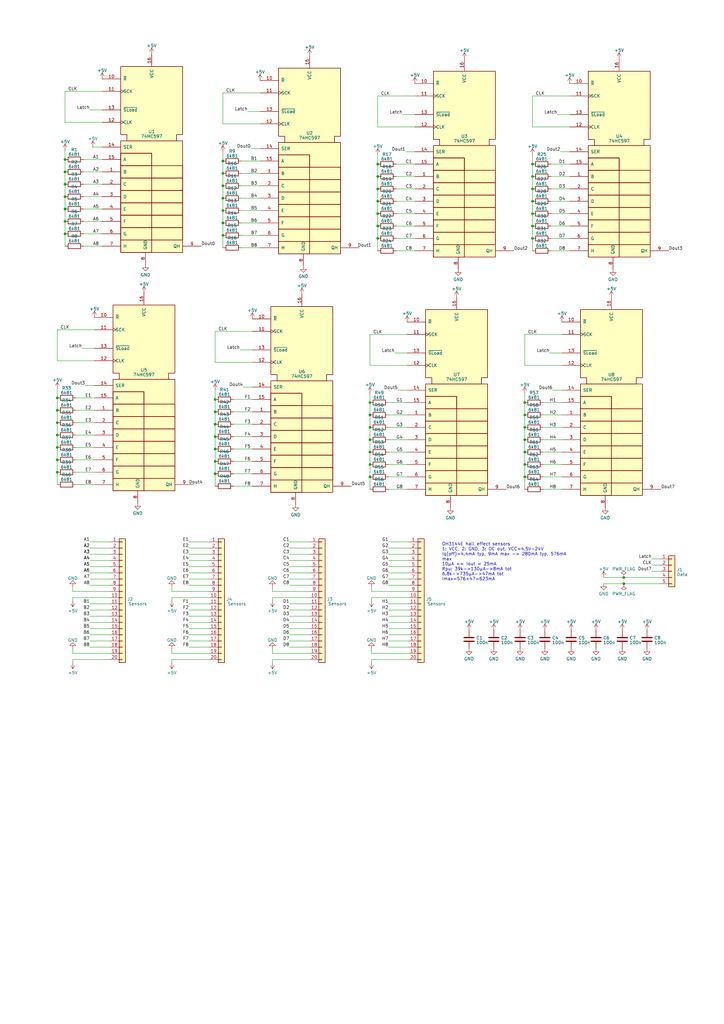
<source format=kicad_sch>
(kicad_sch (version 20230121) (generator eeschema)
  (paper "A3" portrait)
  (title_block (title "Input PISO register") (date "2023-09-01") (rev "rev A") (company "Xavier Bourlot"))
  (junction (at 23.495 173.355))
  (junction (at 23.495 163.195))
  (junction (at 91.44 96.52))
  (junction (at 91.44 76.2))
  (junction (at 151.765 190.5))
  (junction (at 215.265 195.58))
  (junction (at 151.765 165.1))
  (junction (at 218.44 67.31))
  (junction (at 215.265 165.1))
  (junction (at 218.44 97.79))
  (junction (at 26.67 75.565))
  (junction (at 154.94 77.47))
  (junction (at 88.265 163.83))
  (junction (at 23.495 168.275))
  (junction (at 218.44 87.63))
  (junction (at 26.67 70.485))
  (junction (at 91.44 81.28))
  (junction (at 154.94 67.31))
  (junction (at 91.44 91.44))
  (junction (at 88.265 173.99))
  (junction (at 26.67 90.805))
  (junction (at 151.765 195.58))
  (junction (at 151.765 180.34))
  (junction (at 88.265 179.07))
  (junction (at 151.765 175.26))
  (junction (at 88.265 184.15))
  (junction (at 255.905 239.395))
  (junction (at 215.265 170.18))
  (junction (at 215.265 190.5))
  (junction (at 218.44 92.71))
  (junction (at 26.67 85.725))
  (junction (at 151.765 170.18))
  (junction (at 154.94 82.55))
  (junction (at 23.495 193.675))
  (junction (at 255.905 236.855))
  (junction (at 26.67 65.405))
  (junction (at 154.94 97.79))
  (junction (at 218.44 72.39))
  (junction (at 88.265 168.91))
  (junction (at 23.495 183.515))
  (junction (at 88.265 189.23))
  (junction (at 26.67 80.645))
  (junction (at 215.265 175.26))
  (junction (at 154.94 87.63))
  (junction (at 23.495 178.435))
  (junction (at 91.44 71.12))
  (junction (at 215.265 185.42))
  (junction (at 91.44 66.04))
  (junction (at 23.495 188.595))
  (junction (at 215.265 180.34))
  (junction (at 88.265 194.31))
  (junction (at 218.44 82.55))
  (junction (at 218.44 77.47))
  (junction (at 26.67 95.885))
  (junction (at 91.44 86.36))
  (junction (at 154.94 92.71))
  (junction (at 154.94 72.39))
  (junction (at 151.765 185.42))
  (wire (pts (xy 34.29 80.645) (xy 41.91 80.645)))
  (wire (pts (xy 99.06 96.52) (xy 106.68 96.52)))
  (wire (pts (xy 118.745 252.73) (xy 127 252.73)))
  (wire (pts (xy 95.885 189.23) (xy 103.505 189.23)))
  (wire (pts (xy 159.385 200.66) (xy 167.005 200.66)))
  (wire (pts (xy 33.655 142.875) (xy 38.735 142.875)))
  (wire (pts (xy 222.885 180.34) (xy 230.505 180.34)))
  (wire (pts (xy 151.765 185.42) (xy 151.765 190.5)))
  (wire (pts (xy 162.56 82.55) (xy 170.18 82.55)))
  (wire (pts (xy 228.6 46.99) (xy 233.68 46.99)))
  (wire (pts (xy 159.385 255.27) (xy 167.64 255.27)))
  (wire (pts (xy 218.44 97.79) (xy 218.44 102.87)))
  (wire (pts (xy 159.385 234.95) (xy 167.64 234.95)))
  (wire (pts (xy 151.765 190.5) (xy 151.765 195.58)))
  (wire (pts (xy 77.47 260.35) (xy 85.725 260.35)))
  (wire (pts (xy 31.115 168.275) (xy 38.735 168.275)))
  (wire (pts (xy 162.56 87.63) (xy 170.18 87.63)))
  (wire (pts (xy 95.885 173.99) (xy 103.505 173.99)))
  (wire (pts (xy 91.44 38.1) (xy 91.44 50.8)))
  (wire (pts (xy 36.83 229.87) (xy 45.085 229.87)))
  (wire (pts (xy 218.44 63.5) (xy 218.44 67.31)))
  (wire (pts (xy 88.265 173.99) (xy 88.265 179.07)))
  (wire (pts (xy 91.44 81.28) (xy 91.44 86.36)))
  (wire (pts (xy 154.94 92.71) (xy 154.94 97.79)))
  (wire (pts (xy 146.685 101.6) (xy 147.32 101.6)))
  (wire (pts (xy 95.885 168.91) (xy 103.505 168.91)))
  (wire (pts (xy 118.745 255.27) (xy 127 255.27)))
  (wire (pts (xy 36.83 265.43) (xy 45.085 265.43)))
  (wire (pts (xy 159.385 232.41) (xy 167.64 232.41)))
  (wire (pts (xy 77.47 250.19) (xy 85.725 250.19)))
  (wire (pts (xy 26.67 50.165) (xy 41.91 50.165)))
  (wire (pts (xy 118.745 250.19) (xy 127 250.19)))
  (wire (pts (xy 36.83 222.25) (xy 45.085 222.25)))
  (wire (pts (xy 77.47 229.87) (xy 85.725 229.87)))
  (wire (pts (xy 34.29 95.885) (xy 41.91 95.885)))
  (wire (pts (xy 77.47 262.89) (xy 85.725 262.89)))
  (wire (pts (xy 88.265 194.31) (xy 88.265 199.39)))
  (wire (pts (xy 162.56 102.87) (xy 170.18 102.87)))
  (wire (pts (xy 154.94 52.07) (xy 170.18 52.07)))
  (wire (pts (xy 70.485 245.11) (xy 70.485 246.38)))
  (wire (pts (xy 218.44 52.07) (xy 233.68 52.07)))
  (wire (pts (xy 26.67 85.725) (xy 26.67 90.805)))
  (wire (pts (xy 70.485 270.51) (xy 70.485 271.78)))
  (wire (pts (xy 118.745 229.87) (xy 127 229.87)))
  (wire (pts (xy 222.885 175.26) (xy 230.505 175.26)))
  (wire (pts (xy 91.44 71.12) (xy 91.44 76.2)))
  (wire (pts (xy 159.385 240.03) (xy 167.64 240.03)))
  (wire (pts (xy 91.44 62.23) (xy 91.44 66.04)))
  (wire (pts (xy 77.47 265.43) (xy 85.725 265.43)))
  (wire (pts (xy 162.56 77.47) (xy 170.18 77.47)))
  (wire (pts (xy 154.94 39.37) (xy 154.94 52.07)))
  (wire (pts (xy 31.115 193.675) (xy 38.735 193.675)))
  (wire (pts (xy 23.495 193.675) (xy 23.495 198.755)))
  (wire (pts (xy 127 242.57) (xy 111.76 242.57)))
  (wire (pts (xy 222.885 185.42) (xy 230.505 185.42)))
  (wire (pts (xy 159.385 247.65) (xy 167.64 247.65)))
  (wire (pts (xy 36.83 240.03) (xy 45.085 240.03)))
  (wire (pts (xy 31.115 178.435) (xy 38.735 178.435)))
  (wire (pts (xy 23.495 135.255) (xy 23.495 147.955)))
  (wire (pts (xy 226.06 77.47) (xy 233.68 77.47)))
  (wire (pts (xy 118.745 257.81) (xy 127 257.81)))
  (wire (pts (xy 34.29 100.965) (xy 41.91 100.965)))
  (wire (pts (xy 154.94 63.5) (xy 154.94 67.31)))
  (wire (pts (xy 215.265 185.42) (xy 215.265 190.5)))
  (wire (pts (xy 151.765 149.86) (xy 167.005 149.86)))
  (wire (pts (xy 162.56 72.39) (xy 170.18 72.39)))
  (wire (pts (xy 167.005 137.16) (xy 151.765 137.16)))
  (wire (pts (xy 111.76 270.51) (xy 111.76 271.78)))
  (wire (pts (xy 77.47 227.33) (xy 85.725 227.33)))
  (wire (pts (xy 230.505 137.16) (xy 215.265 137.16)))
  (wire (pts (xy 99.06 101.6) (xy 106.68 101.6)))
  (wire (pts (xy 159.385 237.49) (xy 167.64 237.49)))
  (wire (pts (xy 95.885 179.07) (xy 103.505 179.07)))
  (wire (pts (xy 159.385 190.5) (xy 167.005 190.5)))
  (wire (pts (xy 77.47 252.73) (xy 85.725 252.73)))
  (wire (pts (xy 103.505 135.89) (xy 88.265 135.89)))
  (wire (pts (xy 159.385 227.33) (xy 167.64 227.33)))
  (wire (pts (xy 151.765 165.1) (xy 151.765 170.18)))
  (wire (pts (xy 99.06 91.44) (xy 106.68 91.44)))
  (wire (pts (xy 151.765 170.18) (xy 151.765 175.26)))
  (wire (pts (xy 226.06 92.71) (xy 233.68 92.71)))
  (wire (pts (xy 85.725 245.11) (xy 70.485 245.11)))
  (wire (pts (xy 106.68 38.1) (xy 91.44 38.1)))
  (wire (pts (xy 23.495 183.515) (xy 23.495 188.595)))
  (wire (pts (xy 88.265 168.91) (xy 88.265 173.99)))
  (wire (pts (xy 77.47 255.27) (xy 85.725 255.27)))
  (wire (pts (xy 162.56 92.71) (xy 170.18 92.71)))
  (wire (pts (xy 102.87 60.96) (xy 106.68 60.96)))
  (wire (pts (xy 161.925 144.78) (xy 167.005 144.78)))
  (wire (pts (xy 226.695 160.02) (xy 230.505 160.02)))
  (wire (pts (xy 152.4 266.065) (xy 152.4 267.97)))
  (wire (pts (xy 91.44 91.44) (xy 91.44 96.52)))
  (wire (pts (xy 215.265 190.5) (xy 215.265 195.58)))
  (wire (pts (xy 247.65 239.395) (xy 255.905 239.395)))
  (wire (pts (xy 36.83 224.79) (xy 45.085 224.79)))
  (wire (pts (xy 77.47 234.95) (xy 85.725 234.95)))
  (wire (pts (xy 31.115 188.595) (xy 38.735 188.595)))
  (wire (pts (xy 77.47 240.03) (xy 85.725 240.03)))
  (wire (pts (xy 159.385 260.35) (xy 167.64 260.35)))
  (wire (pts (xy 218.44 39.37) (xy 218.44 52.07)))
  (wire (pts (xy 36.83 260.35) (xy 45.085 260.35)))
  (wire (pts (xy 77.47 224.79) (xy 85.725 224.79)))
  (wire (pts (xy 222.885 170.18) (xy 230.505 170.18)))
  (wire (pts (xy 45.085 270.51) (xy 29.845 270.51)))
  (wire (pts (xy 159.385 180.34) (xy 167.005 180.34)))
  (wire (pts (xy 118.745 265.43) (xy 127 265.43)))
  (wire (pts (xy 36.83 257.81) (xy 45.085 257.81)))
  (wire (pts (xy 99.06 71.12) (xy 106.68 71.12)))
  (wire (pts (xy 91.44 50.8) (xy 106.68 50.8)))
  (wire (pts (xy 77.47 237.49) (xy 85.725 237.49)))
  (wire (pts (xy 91.44 76.2) (xy 91.44 81.28)))
  (wire (pts (xy 163.195 160.02) (xy 167.005 160.02)))
  (wire (pts (xy 151.765 180.34) (xy 151.765 185.42)))
  (wire (pts (xy 167.64 245.11) (xy 152.4 245.11)))
  (wire (pts (xy 118.745 240.03) (xy 127 240.03)))
  (wire (pts (xy 154.94 67.31) (xy 154.94 72.39)))
  (wire (pts (xy 29.845 245.11) (xy 29.845 246.38)))
  (wire (pts (xy 159.385 262.89) (xy 167.64 262.89)))
  (wire (pts (xy 154.94 72.39) (xy 154.94 77.47)))
  (wire (pts (xy 31.115 183.515) (xy 38.735 183.515)))
  (wire (pts (xy 77.47 232.41) (xy 85.725 232.41)))
  (wire (pts (xy 154.94 77.47) (xy 154.94 82.55)))
  (wire (pts (xy 222.885 165.1) (xy 230.505 165.1)))
  (wire (pts (xy 215.265 175.26) (xy 215.265 180.34)))
  (wire (pts (xy 34.29 65.405) (xy 41.91 65.405)))
  (wire (pts (xy 41.91 37.465) (xy 26.67 37.465)))
  (wire (pts (xy 247.65 236.855) (xy 255.905 236.855)))
  (wire (pts (xy 226.06 67.31) (xy 233.68 67.31)))
  (wire (pts (xy 31.115 163.195) (xy 38.735 163.195)))
  (wire (pts (xy 26.67 75.565) (xy 26.67 80.645)))
  (wire (pts (xy 111.76 240.665) (xy 111.76 242.57)))
  (wire (pts (xy 225.425 144.78) (xy 230.505 144.78)))
  (wire (pts (xy 26.67 70.485) (xy 26.67 75.565)))
  (wire (pts (xy 226.06 72.39) (xy 233.68 72.39)))
  (wire (pts (xy 118.745 234.95) (xy 127 234.95)))
  (wire (pts (xy 70.485 240.665) (xy 70.485 242.57)))
  (wire (pts (xy 88.265 163.83) (xy 88.265 168.91)))
  (wire (pts (xy 226.06 102.87) (xy 233.68 102.87)))
  (wire (pts (xy 118.745 224.79) (xy 127 224.79)))
  (wire (pts (xy 23.495 168.275) (xy 23.495 173.355)))
  (wire (pts (xy 152.4 270.51) (xy 152.4 271.78)))
  (wire (pts (xy 36.83 227.33) (xy 45.085 227.33)))
  (wire (pts (xy 23.495 173.355) (xy 23.495 178.435)))
  (wire (pts (xy 154.94 87.63) (xy 154.94 92.71)))
  (wire (pts (xy 127 267.97) (xy 111.76 267.97)))
  (wire (pts (xy 118.745 247.65) (xy 127 247.65)))
  (wire (pts (xy 29.845 266.065) (xy 29.845 267.97)))
  (wire (pts (xy 31.115 198.755) (xy 38.735 198.755)))
  (wire (pts (xy 233.68 39.37) (xy 218.44 39.37)))
  (wire (pts (xy 36.83 255.27) (xy 45.085 255.27)))
  (wire (pts (xy 36.83 262.89) (xy 45.085 262.89)))
  (wire (pts (xy 23.495 163.195) (xy 23.495 168.275)))
  (wire (pts (xy 215.265 170.18) (xy 215.265 175.26)))
  (wire (pts (xy 85.725 270.51) (xy 70.485 270.51)))
  (wire (pts (xy 215.265 165.1) (xy 215.265 170.18)))
  (wire (pts (xy 118.745 222.25) (xy 127 222.25)))
  (wire (pts (xy 34.29 90.805) (xy 41.91 90.805)))
  (wire (pts (xy 34.29 85.725) (xy 41.91 85.725)))
  (wire (pts (xy 152.4 245.11) (xy 152.4 246.38)))
  (wire (pts (xy 167.64 270.51) (xy 152.4 270.51)))
  (wire (pts (xy 159.385 265.43) (xy 167.64 265.43)))
  (wire (pts (xy 101.6 45.72) (xy 106.68 45.72)))
  (wire (pts (xy 159.385 170.18) (xy 167.005 170.18)))
  (wire (pts (xy 170.18 39.37) (xy 154.94 39.37)))
  (wire (pts (xy 159.385 222.25) (xy 167.64 222.25)))
  (wire (pts (xy 215.265 161.29) (xy 215.265 165.1)))
  (wire (pts (xy 159.385 229.87) (xy 167.64 229.87)))
  (wire (pts (xy 77.47 222.25) (xy 85.725 222.25)))
  (wire (pts (xy 222.885 195.58) (xy 230.505 195.58)))
  (wire (pts (xy 85.725 267.97) (xy 70.485 267.97)))
  (wire (pts (xy 26.67 95.885) (xy 26.67 100.965)))
  (wire (pts (xy 95.885 163.83) (xy 103.505 163.83)))
  (wire (pts (xy 218.44 67.31) (xy 218.44 72.39)))
  (wire (pts (xy 226.06 87.63) (xy 233.68 87.63)))
  (wire (pts (xy 215.265 180.34) (xy 215.265 185.42)))
  (wire (pts (xy 267.335 234.315) (xy 270.51 234.315)))
  (wire (pts (xy 23.495 178.435) (xy 23.495 183.515)))
  (wire (pts (xy 45.085 245.11) (xy 29.845 245.11)))
  (wire (pts (xy 88.265 189.23) (xy 88.265 194.31)))
  (wire (pts (xy 162.56 97.79) (xy 170.18 97.79)))
  (wire (pts (xy 95.885 194.31) (xy 103.505 194.31)))
  (wire (pts (xy 36.83 45.085) (xy 41.91 45.085)))
  (wire (pts (xy 95.885 184.15) (xy 103.505 184.15)))
  (wire (pts (xy 215.265 137.16) (xy 215.265 149.86)))
  (wire (pts (xy 36.83 247.65) (xy 45.085 247.65)))
  (wire (pts (xy 167.64 267.97) (xy 152.4 267.97)))
  (wire (pts (xy 215.265 149.86) (xy 230.505 149.86)))
  (wire (pts (xy 36.83 252.73) (xy 45.085 252.73)))
  (wire (pts (xy 23.495 159.385) (xy 23.495 163.195)))
  (wire (pts (xy 229.87 62.23) (xy 233.68 62.23)))
  (wire (pts (xy 255.905 236.855) (xy 270.51 236.855)))
  (wire (pts (xy 23.495 147.955) (xy 38.735 147.955)))
  (wire (pts (xy 151.765 137.16) (xy 151.765 149.86)))
  (wire (pts (xy 38.1 60.325) (xy 41.91 60.325)))
  (wire (pts (xy 45.085 267.97) (xy 29.845 267.97)))
  (wire (pts (xy 29.845 240.665) (xy 29.845 242.57)))
  (wire (pts (xy 26.67 37.465) (xy 26.67 50.165)))
  (wire (pts (xy 222.885 200.66) (xy 230.505 200.66)))
  (wire (pts (xy 215.265 195.58) (xy 215.265 200.66)))
  (wire (pts (xy 99.06 86.36) (xy 106.68 86.36)))
  (wire (pts (xy 159.385 257.81) (xy 167.64 257.81)))
  (wire (pts (xy 154.94 82.55) (xy 154.94 87.63)))
  (wire (pts (xy 26.67 80.645) (xy 26.67 85.725)))
  (wire (pts (xy 91.44 96.52) (xy 91.44 101.6)))
  (wire (pts (xy 159.385 185.42) (xy 167.005 185.42)))
  (wire (pts (xy 77.47 247.65) (xy 85.725 247.65)))
  (wire (pts (xy 159.385 165.1) (xy 167.005 165.1)))
  (wire (pts (xy 151.765 195.58) (xy 151.765 200.66)))
  (wire (pts (xy 218.44 92.71) (xy 218.44 97.79)))
  (wire (pts (xy 38.735 135.255) (xy 23.495 135.255)))
  (wire (pts (xy 162.56 67.31) (xy 170.18 67.31)))
  (wire (pts (xy 88.265 148.59) (xy 103.505 148.59)))
  (wire (pts (xy 151.765 175.26) (xy 151.765 180.34)))
  (wire (pts (xy 118.745 232.41) (xy 127 232.41)))
  (wire (pts (xy 45.085 242.57) (xy 29.845 242.57)))
  (wire (pts (xy 152.4 240.665) (xy 152.4 242.57)))
  (wire (pts (xy 99.06 66.04) (xy 106.68 66.04)))
  (wire (pts (xy 88.265 160.02) (xy 88.265 163.83)))
  (wire (pts (xy 118.745 237.49) (xy 127 237.49)))
  (wire (pts (xy 99.06 76.2) (xy 106.68 76.2)))
  (wire (pts (xy 88.265 135.89) (xy 88.265 148.59)))
  (wire (pts (xy 70.485 266.065) (xy 70.485 267.97)))
  (wire (pts (xy 166.37 62.23) (xy 170.18 62.23)))
  (wire (pts (xy 77.47 198.755) (xy 79.375 198.755)))
  (wire (pts (xy 34.29 75.565) (xy 41.91 75.565)))
  (wire (pts (xy 91.44 86.36) (xy 91.44 91.44)))
  (wire (pts (xy 118.745 262.89) (xy 127 262.89)))
  (wire (pts (xy 99.695 158.75) (xy 103.505 158.75)))
  (wire (pts (xy 36.83 237.49) (xy 45.085 237.49)))
  (wire (pts (xy 167.64 242.57) (xy 152.4 242.57)))
  (wire (pts (xy 154.94 97.79) (xy 154.94 102.87)))
  (wire (pts (xy 218.44 82.55) (xy 218.44 87.63)))
  (wire (pts (xy 36.83 250.19) (xy 45.085 250.19)))
  (wire (pts (xy 34.925 158.115) (xy 38.735 158.115)))
  (wire (pts (xy 36.83 232.41) (xy 45.085 232.41)))
  (wire (pts (xy 111.76 245.11) (xy 111.76 246.38)))
  (wire (pts (xy 151.765 161.29) (xy 151.765 165.1)))
  (wire (pts (xy 34.29 70.485) (xy 41.91 70.485)))
  (wire (pts (xy 88.265 184.15) (xy 88.265 189.23)))
  (wire (pts (xy 23.495 188.595) (xy 23.495 193.675)))
  (wire (pts (xy 267.335 229.235) (xy 270.51 229.235)))
  (wire (pts (xy 159.385 252.73) (xy 167.64 252.73)))
  (wire (pts (xy 127 245.11) (xy 111.76 245.11)))
  (wire (pts (xy 91.44 66.04) (xy 91.44 71.12)))
  (wire (pts (xy 218.44 87.63) (xy 218.44 92.71)))
  (wire (pts (xy 267.335 231.775) (xy 270.51 231.775)))
  (wire (pts (xy 98.425 143.51) (xy 103.505 143.51)))
  (wire (pts (xy 226.06 82.55) (xy 233.68 82.55)))
  (wire (pts (xy 111.76 266.065) (xy 111.76 267.97)))
  (wire (pts (xy 99.06 81.28) (xy 106.68 81.28)))
  (wire (pts (xy 77.47 257.81) (xy 85.725 257.81)))
  (wire (pts (xy 159.385 175.26) (xy 167.005 175.26)))
  (wire (pts (xy 226.06 97.79) (xy 233.68 97.79)))
  (wire (pts (xy 26.67 90.805) (xy 26.67 95.885)))
  (wire (pts (xy 159.385 250.19) (xy 167.64 250.19)))
  (wire (pts (xy 255.905 239.395) (xy 270.51 239.395)))
  (wire (pts (xy 29.845 270.51) (xy 29.845 271.78)))
  (wire (pts (xy 26.67 61.595) (xy 26.67 65.405)))
  (wire (pts (xy 159.385 195.58) (xy 167.005 195.58)))
  (wire (pts (xy 127 270.51) (xy 111.76 270.51)))
  (wire (pts (xy 88.265 179.07) (xy 88.265 184.15)))
  (wire (pts (xy 26.67 65.405) (xy 26.67 70.485)))
  (wire (pts (xy 218.44 77.47) (xy 218.44 82.55)))
  (wire (pts (xy 31.115 173.355) (xy 38.735 173.355)))
  (wire (pts (xy 159.385 224.79) (xy 167.64 224.79)))
  (wire (pts (xy 118.745 227.33) (xy 127 227.33)))
  (wire (pts (xy 165.1 46.99) (xy 170.18 46.99)))
  (wire (pts (xy 218.44 72.39) (xy 218.44 77.47)))
  (wire (pts (xy 118.745 260.35) (xy 127 260.35)))
  (wire (pts (xy 95.885 199.39) (xy 103.505 199.39)))
  (wire (pts (xy 36.83 234.95) (xy 45.085 234.95)))
  (wire (pts (xy 222.885 190.5) (xy 230.505 190.5)))
  (wire (pts (xy 85.725 242.57) (xy 70.485 242.57)))
  (text_box "OH3144E hall effect sensors\n1: VCC, 2: GND, 3: OC out, VCC=4.5V-24V\nIq(off)=4.4mA typ, 9mA max -> 280mA typ, 576mA max\n10µA << Iout < 25mA\nRpu: 39k->130µA->8mA tot\n6.8k->735µA->47mA tot\nImax=576+47=623mA" (at 180.34 219.71 0) (size 57.785 20.955) (stroke (width -0.0001)) (effects (font (size 1.27 1.27)) (justify left)))
  (label "B4" (at 102.87 81.28 0))
  (label "G2" (at 159.385 224.79 180))
  (label "CLK" (at 27.94 37.465 0))
  (label "B5" (at 36.83 257.81 180))
  (label "D7" (at 229.235 97.79 0))
  (label "A5" (at 36.83 232.41 180))
  (label "E3" (at 77.47 227.33 180))
  (label "C6" (at 166.37 92.71 0))
  (label "Latch" (at 225.425 144.78 180))
  (label "D6" (at 229.235 92.71 0))
  (label "G8" (at 162.56 200.66 0))
  (label "H7" (at 159.385 262.89 180))
  (label "H6" (at 225.425 190.5 0))
  (label "A4" (at 36.83 229.87 180))
  (label "D3" (at 118.745 252.73 180))
  (label "D6" (at 118.745 260.35 180))
  (label "F4" (at 77.47 255.27 180))
  (label "D3" (at 229.235 77.47 0))
  (label "C2" (at 118.745 224.79 180))
  (label "CLK" (at 153.035 137.16 0))
  (label "A5" (at 38.1 85.725 0))
  (label "CLK" (at 267.335 231.775 180))
  (label "H1" (at 159.385 247.65 180))
  (label "F8" (at 77.47 265.43 180))
  (label "G5" (at 162.56 185.42 0))
  (label "Dout1" (at 166.37 62.23 180))
  (label "Latch" (at 165.1 46.99 180))
  (label "Dout7" (at 271.145 200.66 0))
  (label "A6" (at 36.83 234.95 180))
  (label "E6" (at 77.47 234.95 180))
  (label "Dout3" (at 274.32 102.87 0))
  (label "E1" (at 77.47 222.25 180))
  (label "CLK" (at 216.535 137.16 0))
  (label "CLK" (at 92.71 38.1 0))
  (label "A1" (at 36.83 222.25 180))
  (label "A3" (at 38.1 75.565 0))
  (label "A7" (at 36.83 237.49 180))
  (label "G5" (at 159.385 232.41 180))
  (label "Dout2" (at 229.87 62.23 180))
  (label "E5" (at 77.47 232.41 180))
  (label "G6" (at 159.385 234.95 180))
  (label "A5" (at 36.83 232.41 180))
  (label "A1" (at 38.1 65.405 0))
  (label "C3" (at 166.37 77.47 0))
  (label "D8" (at 229.235 102.87 0))
  (label "Dout6" (at 226.695 160.02 180))
  (label "C8" (at 118.745 240.03 180))
  (label "E4" (at 77.47 229.87 180))
  (label "B2" (at 102.87 71.12 0))
  (label "Latch" (at 228.6 46.99 180))
  (label "B8" (at 36.83 265.43 180))
  (label "A2" (at 36.83 224.79 180))
  (label "A4" (at 38.1 80.645 0))
  (label "G3" (at 162.56 175.26 0))
  (label "Latch" (at 101.6 45.72 180))
  (label "G7" (at 162.56 195.58 0))
  (label "C7" (at 166.37 97.79 0))
  (label "H2" (at 225.425 170.18 0))
  (label "Dout5" (at 163.195 160.02 180))
  (label "Dout3" (at 34.925 158.115 180))
  (label "G1" (at 162.56 165.1 0))
  (label "B4" (at 36.83 255.27 180))
  (label "G3" (at 159.385 227.33 180))
  (label "D4" (at 118.745 255.27 180))
  (label "H4" (at 225.425 180.34 0))
  (label "Dout4" (at 99.695 158.75 180))
  (label "Dout5" (at 144.145 199.39 0))
  (label "G8" (at 159.385 240.03 180))
  (label "E2" (at 77.47 224.79 180))
  (label "F2" (at 77.47 250.19 180))
  (label "D1" (at 118.745 247.65 180))
  (label "Latch" (at 161.925 144.78 180))
  (label "H4" (at 159.385 255.27 180))
  (label "B1" (at 102.87 66.04 0))
  (label "D5" (at 118.745 257.81 180))
  (label "CLK" (at 24.765 135.255 0))
  (label "F7" (at 77.47 262.89 180))
  (label "H8" (at 159.385 265.43 180))
  (label "Dout7" (at 267.335 234.315 180))
  (label "A7" (at 38.1 95.885 0))
  (label "C5" (at 166.37 87.63 0))
  (label "F3" (at 77.47 252.73 180))
  (label "CLK" (at 219.71 39.37 0))
  (label "D4" (at 229.235 82.55 0))
  (label "E3" (at 34.925 173.355 0))
  (label "B6" (at 102.87 91.44 0))
  (label "A3" (at 36.83 227.33 180))
  (label "C4" (at 166.37 82.55 0))
  (label "E7" (at 34.925 193.675 0))
  (label "E2" (at 34.925 168.275 0))
  (label "B6" (at 36.83 260.35 180))
  (label "B1" (at 36.83 247.65 180))
  (label "H1" (at 225.425 165.1 0))
  (label "F6" (at 100.33 189.23 0))
  (label "Dout0" (at 82.55 100.965 0))
  (label "B3" (at 36.83 252.73 180))
  (label "Latch" (at 36.83 45.085 180))
  (label "A6" (at 38.1 90.805 0))
  (label "C1" (at 166.37 67.31 0))
  (label "D8" (at 118.745 265.43 180))
  (label "F5" (at 77.47 257.81 180))
  (label "C8" (at 166.37 102.87 0))
  (label "Latch" (at 98.425 143.51 180))
  (label "B7" (at 102.87 96.52 0))
  (label "Latch" (at 33.655 142.875 180))
  (label "A4" (at 36.83 229.87 180))
  (label "G2" (at 162.56 170.18 0))
  (label "G1" (at 159.385 222.25 180))
  (label "F5" (at 100.33 184.15 0))
  (label "A8" (at 36.83 240.03 180))
  (label "Dout1" (at 146.685 101.6 0))
  (label "F1" (at 100.33 163.83 0))
  (label "F4" (at 100.33 179.07 0))
  (label "B8" (at 102.87 101.6 0))
  (label "CLK" (at 156.21 39.37 0))
  (label "E5" (at 34.925 183.515 0))
  (label "A3" (at 36.83 227.33 180))
  (label "D2" (at 229.235 72.39 0))
  (label "E1" (at 34.925 163.195 0))
  (label "A8" (at 38.1 100.965 0))
  (label "G6" (at 162.56 190.5 0))
  (label "F3" (at 100.33 173.99 0))
  (label "E8" (at 77.47 240.03 180))
  (label "A6" (at 36.83 234.95 180))
  (label "F2" (at 100.33 168.91 0))
  (label "C4" (at 118.745 229.87 180))
  (label "C3" (at 118.745 227.33 180))
  (label "Latch" (at 267.335 229.235 180))
  (label "H7" (at 225.425 195.58 0))
  (label "H5" (at 159.385 257.81 180))
  (label "D7" (at 118.745 262.89 180))
  (label "C5" (at 118.745 232.41 180))
  (label "A2" (at 38.1 70.485 0))
  (label "E8" (at 34.925 198.755 0))
  (label "C1" (at 118.745 222.25 180))
  (label "C2" (at 166.37 72.39 0))
  (label "G7" (at 159.385 237.49 180))
  (label "D2" (at 118.745 250.19 180))
  (label "Dout6" (at 207.645 200.66 0))
  (label "G4" (at 162.56 180.34 0))
  (label "D1" (at 229.235 67.31 0))
  (label "H2" (at 159.385 250.19 180))
  (label "E7" (at 77.47 237.49 180))
  (label "F1" (at 77.47 247.65 180))
  (label "A2" (at 36.83 224.79 180))
  (label "H8" (at 225.425 200.66 0))
  (label "B5" (at 102.87 86.36 0))
  (label "Dout4" (at 77.47 198.755 0))
  (label "H3" (at 159.385 252.73 180))
  (label "D5" (at 229.235 87.63 0))
  (label "H6" (at 159.385 260.35 180))
  (label "C6" (at 118.745 234.95 180))
  (label "G4" (at 159.385 229.87 180))
  (label "C7" (at 118.745 237.49 180))
  (label "E4" (at 34.925 178.435 0))
  (label "F8" (at 100.33 199.39 0))
  (label "H3" (at 225.425 175.26 0))
  (label "B3" (at 102.87 76.2 0))
  (label "E6" (at 34.925 188.595 0))
  (label "CLK" (at 89.535 135.89 0))
  (label "H5" (at 225.425 185.42 0))
  (label "B7" (at 36.83 262.89 180))
  (label "Dout0" (at 102.87 60.96 180))
  (label "Dout2" (at 210.82 102.87 0))
  (label "B2" (at 36.83 250.19 180))
  (label "F6" (at 77.47 260.35 180))
  (label "F7" (at 100.33 194.31 0))
  (symbol (lib_id "power:+5V") (at 230.505 132.08 0) (unit 1)
    (property "Reference" "#PWR034" (effects hide))
    (property "Value" "+5V" (at 230.505 128.5781 0))
  )
  (symbol (lib_id "Device:R") (at 27.305 183.515 90) (unit 1)
    (property "Reference" "R37" (at 27.305 179.4891 90))
    (property "Value" "6k81" (at 27.305 181.4101 90))
    (property "Footprint" "Resistor_SMD:R_0805_2012Metric_Pad1.20x1.40mm_HandSolder" (effects hide))
  )
  (symbol (lib_id "power:GND") (at 59.69 108.585 0) (unit 1)
    (property "Reference" "#PWR01" (effects hide))
    (property "Value" "GND" (at 59.69 112.7205 0))
  )
  (symbol (lib_id "Device:R") (at 30.48 75.565 90) (unit 1)
    (property "Reference" "R3" (at 30.48 71.5391 90))
    (property "Value" "6k81" (at 30.48 73.4601 90))
    (property "Footprint" "Resistor_SMD:R_0805_2012Metric_Pad1.20x1.40mm_HandSolder" (effects hide))
  )
  (symbol (lib_id "power:GND") (at 124.46 109.22 0) (unit 1)
    (property "Reference" "#PWR08" (effects hide))
    (property "Value" "GND" (at 124.46 113.3555 0))
  )
  (symbol (lib_id "Device:R") (at 92.075 184.15 90) (unit 1)
    (property "Reference" "R45" (at 92.075 180.1241 90))
    (property "Value" "6k81" (at 92.075 182.0451 90))
    (property "Footprint" "Resistor_SMD:R_0805_2012Metric_Pad1.20x1.40mm_HandSolder" (effects hide))
  )
  (symbol (lib_id "power:GND") (at 184.785 208.28 0) (unit 1)
    (property "Reference" "#PWR031" (effects hide))
    (property "Value" "GND" (at 184.785 212.4155 0))
  )
  (symbol (lib_id "Device:R") (at 95.25 66.04 90) (unit 1)
    (property "Reference" "R9" (at 95.25 62.0141 90))
    (property "Value" "6k81" (at 95.25 63.9351 90))
    (property "Footprint" "Resistor_SMD:R_0805_2012Metric_Pad1.20x1.40mm_HandSolder" (effects hide))
  )
  (symbol (lib_id "power:+5V") (at 127 22.86 0) (unit 1)
    (property "Reference" "#PWR05" (effects hide))
    (property "Value" "+5V" (at 127 19.3581 0))
  )
  (symbol (lib_id "Device:R") (at 95.25 86.36 90) (unit 1)
    (property "Reference" "R13" (at 95.25 82.3341 90))
    (property "Value" "6k81" (at 95.25 84.2551 90))
    (property "Footprint" "Resistor_SMD:R_0805_2012Metric_Pad1.20x1.40mm_HandSolder" (effects hide))
  )
  (symbol (lib_id "power:GND") (at 29.845 266.065 180) (unit 1)
    (property "Reference" "#PWR055" (effects hide))
    (property "Value" "GND" (at 29.845 262.5631 0))
  )
  (symbol (lib_id "Connector_Generic:Conn_01x20") (at 50.165 245.11 0) (unit 1)
    (property "Reference" "J2" (at 52.197 245.7363 0) (effects (justify left)))
    (property "Value" "Sensors" (at 60.325 247.65 0) (effects (justify right)))
    (property "Footprint" "Connector_PinHeader_2.54mm:PinHeader_1x20_P2.54mm_Vertical" (effects hide))
  )
  (symbol (lib_id "Device:R") (at 155.575 190.5 90) (unit 1)
    (property "Reference" "R54" (at 155.575 186.4741 90))
    (property "Value" "6k81" (at 155.575 188.3951 90))
    (property "Footprint" "Resistor_SMD:R_0805_2012Metric_Pad1.20x1.40mm_HandSolder" (effects hide))
  )
  (symbol (lib_id "Device:R") (at 155.575 200.66 90) (unit 1)
    (property "Reference" "R56" (at 155.575 196.6341 90))
    (property "Value" "6k81" (at 155.575 198.5551 90))
    (property "Footprint" "Resistor_SMD:R_0805_2012Metric_Pad1.20x1.40mm_HandSolder" (effects hide))
  )
  (symbol (lib_id "Device:R") (at 155.575 165.1 90) (unit 1)
    (property "Reference" "R49" (at 155.575 161.0741 90))
    (property "Value" "6k81" (at 155.575 162.9951 90))
    (property "Footprint" "Resistor_SMD:R_0805_2012Metric_Pad1.20x1.40mm_HandSolder" (effects hide))
  )
  (symbol (lib_id "Device:R") (at 158.75 97.79 90) (unit 1)
    (property "Reference" "R23" (at 158.75 93.7641 90))
    (property "Value" "6k81" (at 158.75 95.6851 90))
    (property "Footprint" "Resistor_SMD:R_0805_2012Metric_Pad1.20x1.40mm_HandSolder" (effects hide))
  )
  (symbol (lib_id "power:+5V") (at 247.65 236.855 0) (unit 1)
    (property "Reference" "#PWR038" (effects hide))
    (property "Value" "+5V" (at 247.65 233.3531 0))
  )
  (symbol (lib_id "Device:C") (at 192.405 262.255 0) (unit 1)
    (property "Reference" "C1" (at 195.326 261.6113 0) (effects (justify left)))
    (property "Value" "100n" (at 195.326 263.5323 0) (effects (justify left)))
    (property "Footprint" "Capacitor_SMD:C_0805_2012Metric_Pad1.18x1.45mm_HandSolder" (effects hide))
  )
  (symbol (lib_id "Device:R") (at 30.48 65.405 90) (unit 1)
    (property "Reference" "R1" (at 30.48 61.3791 90))
    (property "Value" "6k81" (at 30.48 63.3001 90))
    (property "Footprint" "Resistor_SMD:R_0805_2012Metric_Pad1.20x1.40mm_HandSolder" (effects hide))
  )
  (symbol (lib_id "power:+5V") (at 187.325 121.92 0) (unit 1)
    (property "Reference" "#PWR032" (effects hide))
    (property "Value" "+5V" (at 187.325 118.4181 0))
  )
  (symbol (lib_id "power:GND") (at 111.76 266.065 180) (unit 1)
    (property "Reference" "#PWR059" (effects hide))
    (property "Value" "GND" (at 111.76 262.5631 0))
  )
  (symbol (lib_id "74xx_IEEE:74LS597") (at 190.5 69.85 0) (unit 1)
    (property "Reference" "U3" (at 190.5 55.88 0))
    (property "Value" "74HC597" (at 190.5 57.801 0))
    (property "Footprint" "Package_DIP:DIP-16_W7.62mm_LongPads" (effects hide))
  )
  (symbol (lib_id "power:+5V") (at 152.4 246.38 180) (unit 1)
    (property "Reference" "#PWR066" (effects hide))
    (property "Value" "+5V" (at 152.4 250.5155 0))
  )
  (symbol (lib_id "power:+5V") (at 244.475 258.445 0) (unit 1)
    (property "Reference" "#PWR047" (effects hide))
    (property "Value" "+5V" (at 244.475 254.9431 0))
  )
  (symbol (lib_id "Device:R") (at 27.305 173.355 90) (unit 1)
    (property "Reference" "R35" (at 27.305 169.3291 90))
    (property "Value" "6k81" (at 27.305 171.2501 90))
    (property "Footprint" "Resistor_SMD:R_0805_2012Metric_Pad1.20x1.40mm_HandSolder" (effects hide))
  )
  (symbol (lib_id "Device:R") (at 222.25 92.71 90) (unit 1)
    (property "Reference" "R30" (at 222.25 88.6841 90))
    (property "Value" "6k81" (at 222.25 90.6051 90))
    (property "Footprint" "Resistor_SMD:R_0805_2012Metric_Pad1.20x1.40mm_HandSolder" (effects hide))
  )
  (symbol (lib_id "Device:R") (at 222.25 82.55 90) (unit 1)
    (property "Reference" "R28" (at 222.25 78.5241 90))
    (property "Value" "6k81" (at 222.25 80.4451 90))
    (property "Footprint" "Resistor_SMD:R_0805_2012Metric_Pad1.20x1.40mm_HandSolder" (effects hide))
  )
  (symbol (lib_id "Device:R") (at 158.75 72.39 90) (unit 1)
    (property "Reference" "R18" (at 158.75 68.3641 90))
    (property "Value" "6k81" (at 158.75 70.2851 90))
    (property "Footprint" "Resistor_SMD:R_0805_2012Metric_Pad1.20x1.40mm_HandSolder" (effects hide))
  )
  (symbol (lib_id "Device:R") (at 158.75 92.71 90) (unit 1)
    (property "Reference" "R22" (at 158.75 88.6841 90))
    (property "Value" "6k81" (at 158.75 90.6051 90))
    (property "Footprint" "Resistor_SMD:R_0805_2012Metric_Pad1.20x1.40mm_HandSolder" (effects hide))
  )
  (symbol (lib_id "Device:R") (at 155.575 185.42 90) (unit 1)
    (property "Reference" "R53" (at 155.575 181.3941 90))
    (property "Value" "6k81" (at 155.575 183.3151 90))
    (property "Footprint" "Resistor_SMD:R_0805_2012Metric_Pad1.20x1.40mm_HandSolder" (effects hide))
  )
  (symbol (lib_id "Device:R") (at 158.75 102.87 90) (unit 1)
    (property "Reference" "R24" (at 158.75 98.8441 90))
    (property "Value" "6k81" (at 158.75 100.7651 90))
    (property "Footprint" "Resistor_SMD:R_0805_2012Metric_Pad1.20x1.40mm_HandSolder" (effects hide))
  )
  (symbol (lib_id "power:+5V") (at 255.27 258.445 0) (unit 1)
    (property "Reference" "#PWR049" (effects hide))
    (property "Value" "+5V" (at 255.27 254.9431 0))
  )
  (symbol (lib_id "Device:R") (at 92.075 173.99 90) (unit 1)
    (property "Reference" "R43" (at 92.075 169.9641 90))
    (property "Value" "6k81" (at 92.075 171.8851 90))
    (property "Footprint" "Resistor_SMD:R_0805_2012Metric_Pad1.20x1.40mm_HandSolder" (effects hide))
  )
  (symbol (lib_id "power:+5V") (at 91.44 62.23 0) (unit 1)
    (property "Reference" "#PWR07" (effects hide))
    (property "Value" "+5V" (at 91.44 58.7281 0))
  )
  (symbol (lib_id "Connector_Generic:Conn_01x20") (at 172.72 245.11 0) (unit 1)
    (property "Reference" "J5" (at 174.752 245.7363 0) (effects (justify left)))
    (property "Value" "Sensors" (at 182.88 247.65 0) (effects (justify right)))
    (property "Footprint" "Connector_PinHeader_2.54mm:PinHeader_1x20_P2.54mm_Vertical" (effects hide))
  )
  (symbol (lib_id "Device:C") (at 213.36 262.255 0) (unit 1)
    (property "Reference" "C3" (at 216.281 261.6113 0) (effects (justify left)))
    (property "Value" "100n" (at 216.281 263.5323 0) (effects (justify left)))
    (property "Footprint" "Capacitor_SMD:C_0805_2012Metric_Pad1.18x1.45mm_HandSolder" (effects hide))
  )
  (symbol (lib_id "power:GND") (at 192.405 266.065 0) (unit 1)
    (property "Reference" "#PWR010" (effects hide))
    (property "Value" "GND" (at 192.405 270.2005 0))
  )
  (symbol (lib_id "Device:R") (at 155.575 180.34 90) (unit 1)
    (property "Reference" "R52" (at 155.575 176.3141 90))
    (property "Value" "6k81" (at 155.575 178.2351 90))
    (property "Footprint" "Resistor_SMD:R_0805_2012Metric_Pad1.20x1.40mm_HandSolder" (effects hide))
  )
  (symbol (lib_id "Device:R") (at 30.48 95.885 90) (unit 1)
    (property "Reference" "R7" (at 30.48 91.8591 90))
    (property "Value" "6k81" (at 30.48 93.7801 90))
    (property "Footprint" "Resistor_SMD:R_0805_2012Metric_Pad1.20x1.40mm_HandSolder" (effects hide))
  )
  (symbol (lib_id "power:+5V") (at 170.18 34.29 0) (unit 1)
    (property "Reference" "#PWR014" (effects hide))
    (property "Value" "+5V" (at 170.18 30.7881 0))
  )
  (symbol (lib_id "Device:R") (at 30.48 70.485 90) (unit 1)
    (property "Reference" "R2" (at 30.48 66.4591 90))
    (property "Value" "6k81" (at 30.48 68.3801 90))
    (property "Footprint" "Resistor_SMD:R_0805_2012Metric_Pad1.20x1.40mm_HandSolder" (effects hide))
  )
  (symbol (lib_id "power:+5V") (at 29.845 271.78 180) (unit 1)
    (property "Reference" "#PWR056" (effects hide))
    (property "Value" "+5V" (at 29.845 275.9155 0))
  )
  (symbol (lib_id "Connector_Generic:Conn_01x05") (at 275.59 234.315 0) (unit 1)
    (property "Reference" "J1" (at 277.622 233.6713 0) (effects (justify left)))
    (property "Value" "Data" (at 277.622 235.5923 0) (effects (justify left)))
    (property "Footprint" "Connector_PinHeader_2.54mm:PinHeader_1x05_P2.54mm_Horizontal" (effects hide))
  )
  (symbol (lib_id "power:+5V") (at 23.495 159.385 0) (unit 1)
    (property "Reference" "#PWR021" (effects hide))
    (property "Value" "+5V" (at 23.495 155.8831 0))
  )
  (symbol (lib_id "power:+5V") (at 106.68 33.02 0) (unit 1)
    (property "Reference" "#PWR06" (effects hide))
    (property "Value" "+5V" (at 106.68 29.5181 0))
  )
  (symbol (lib_id "Device:R") (at 27.305 193.675 90) (unit 1)
    (property "Reference" "R39" (at 27.305 189.6491 90))
    (property "Value" "6k81" (at 27.305 191.5701 90))
    (property "Footprint" "Resistor_SMD:R_0805_2012Metric_Pad1.20x1.40mm_HandSolder" (effects hide))
  )
  (symbol (lib_id "power:+5V") (at 123.825 120.65 0) (unit 1)
    (property "Reference" "#PWR028" (effects hide))
    (property "Value" "+5V" (at 123.825 117.1481 0))
  )
  (symbol (lib_id "power:+5V") (at 190.5 24.13 0) (unit 1)
    (property "Reference" "#PWR016" (effects hide))
    (property "Value" "+5V" (at 190.5 20.6281 0))
  )
  (symbol (lib_id "power:+5V") (at 265.43 258.445 0) (unit 1)
    (property "Reference" "#PWR051" (effects hide))
    (property "Value" "+5V" (at 265.43 254.9431 0))
  )
  (symbol (lib_id "power:+5V") (at 233.68 34.29 0) (unit 1)
    (property "Reference" "#PWR018" (effects hide))
    (property "Value" "+5V" (at 233.68 30.7881 0))
  )
  (symbol (lib_id "Connector_Generic:Conn_01x20") (at 132.08 245.11 0) (unit 1)
    (property "Reference" "J3" (at 134.112 245.7363 0) (effects (justify left)))
    (property "Value" "Sensors" (at 142.24 247.65 0) (effects (justify right)))
    (property "Footprint" "Connector_PinHeader_2.54mm:PinHeader_1x20_P2.54mm_Vertical" (effects hide))
  )
  (symbol (lib_id "power:+5V") (at 103.505 130.81 0) (unit 1)
    (property "Reference" "#PWR026" (effects hide))
    (property "Value" "+5V" (at 103.505 127.3081 0))
  )
  (symbol (lib_id "power:+5V") (at 62.23 22.225 0) (unit 1)
    (property "Reference" "#PWR02" (effects hide))
    (property "Value" "+5V" (at 62.23 18.7231 0))
  )
  (symbol (lib_id "power:+5V") (at 202.565 258.445 0) (unit 1)
    (property "Reference" "#PWR011" (effects hide))
    (property "Value" "+5V" (at 202.565 254.9431 0))
  )
  (symbol (lib_id "power:GND") (at 213.36 266.065 0) (unit 1)
    (property "Reference" "#PWR042" (effects hide))
    (property "Value" "GND" (at 213.36 270.2005 0))
  )
  (symbol (lib_id "power:GND") (at 255.27 266.065 0) (unit 1)
    (property "Reference" "#PWR050" (effects hide))
    (property "Value" "GND" (at 255.27 270.2005 0))
  )
  (symbol (lib_id "Device:R") (at 219.075 165.1 90) (unit 1)
    (property "Reference" "R57" (at 219.075 161.0741 90))
    (property "Value" "6k81" (at 219.075 162.9951 90))
    (property "Footprint" "Resistor_SMD:R_0805_2012Metric_Pad1.20x1.40mm_HandSolder" (effects hide))
  )
  (symbol (lib_id "power:+5V") (at 154.94 63.5 0) (unit 1)
    (property "Reference" "#PWR013" (effects hide))
    (property "Value" "+5V" (at 154.94 59.9981 0))
  )
  (symbol (lib_id "power:GND") (at 265.43 266.065 0) (unit 1)
    (property "Reference" "#PWR052" (effects hide))
    (property "Value" "GND" (at 265.43 270.2005 0))
  )
  (symbol (lib_id "power:GND") (at 187.96 110.49 0) (unit 1)
    (property "Reference" "#PWR015" (effects hide))
    (property "Value" "GND" (at 187.96 114.6255 0))
  )
  (symbol (lib_id "Device:R") (at 219.075 180.34 90) (unit 1)
    (property "Reference" "R60" (at 219.075 176.3141 90))
    (property "Value" "6k81" (at 219.075 178.2351 90))
    (property "Footprint" "Resistor_SMD:R_0805_2012Metric_Pad1.20x1.40mm_HandSolder" (effects hide))
  )
  (symbol (lib_id "Device:R") (at 95.25 81.28 90) (unit 1)
    (property "Reference" "R12" (at 95.25 77.2541 90))
    (property "Value" "6k81" (at 95.25 79.1751 90))
    (property "Footprint" "Resistor_SMD:R_0805_2012Metric_Pad1.20x1.40mm_HandSolder" (effects hide))
  )
  (symbol (lib_id "power:+5V") (at 213.36 258.445 0) (unit 1)
    (property "Reference" "#PWR041" (effects hide))
    (property "Value" "+5V" (at 213.36 254.9431 0))
  )
  (symbol (lib_id "power:PWR_FLAG") (at 255.905 236.855 0) (unit 1)
    (property "Reference" "#FLG02" (effects hide))
    (property "Value" "PWR_FLAG" (at 255.905 233.3531 0))
  )
  (symbol (lib_id "Device:R") (at 158.75 67.31 90) (unit 1)
    (property "Reference" "R17" (at 158.75 63.2841 90))
    (property "Value" "6k81" (at 158.75 65.2051 90))
    (property "Footprint" "Resistor_SMD:R_0805_2012Metric_Pad1.20x1.40mm_HandSolder" (effects hide))
  )
  (symbol (lib_id "power:GND") (at 152.4 240.665 180) (unit 1)
    (property "Reference" "#PWR065" (effects hide))
    (property "Value" "GND" (at 152.4 237.1631 0))
  )
  (symbol (lib_id "power:GND") (at 251.46 110.49 0) (unit 1)
    (property "Reference" "#PWR019" (effects hide))
    (property "Value" "GND" (at 251.46 114.6255 0))
  )
  (symbol (lib_id "74xx_IEEE:74LS597") (at 187.325 167.64 0) (unit 1)
    (property "Reference" "U7" (at 187.325 153.67 0))
    (property "Value" "74HC597" (at 187.325 155.591 0))
    (property "Footprint" "Package_DIP:DIP-16_W7.62mm_LongPads" (effects hide))
  )
  (symbol (lib_id "power:GND") (at 244.475 266.065 0) (unit 1)
    (property "Reference" "#PWR048" (effects hide))
    (property "Value" "GND" (at 244.475 270.2005 0))
  )
  (symbol (lib_id "Device:R") (at 92.075 168.91 90) (unit 1)
    (property "Reference" "R42" (at 92.075 164.8841 90))
    (property "Value" "6k81" (at 92.075 166.8051 90))
    (property "Footprint" "Resistor_SMD:R_0805_2012Metric_Pad1.20x1.40mm_HandSolder" (effects hide))
  )
  (symbol (lib_id "power:GND") (at 152.4 266.065 180) (unit 1)
    (property "Reference" "#PWR067" (effects hide))
    (property "Value" "GND" (at 152.4 262.5631 0))
  )
  (symbol (lib_id "power:+5V") (at 38.1 60.325 0) (unit 1)
    (property "Reference" "#PWR039" (effects hide))
    (property "Value" "+5V" (at 38.1 56.8231 0))
  )
  (symbol (lib_id "power:GND") (at 70.485 266.065 180) (unit 1)
    (property "Reference" "#PWR063" (effects hide))
    (property "Value" "GND" (at 70.485 262.5631 0))
  )
  (symbol (lib_id "Device:R") (at 30.48 100.965 90) (unit 1)
    (property "Reference" "R8" (at 30.48 96.9391 90))
    (property "Value" "6k81" (at 30.48 98.8601 90))
    (property "Footprint" "Resistor_SMD:R_0805_2012Metric_Pad1.20x1.40mm_HandSolder" (effects hide))
  )
  (symbol (lib_id "Device:R") (at 30.48 90.805 90) (unit 1)
    (property "Reference" "R6" (at 30.48 86.7791 90))
    (property "Value" "6k81" (at 30.48 88.7001 90))
    (property "Footprint" "Resistor_SMD:R_0805_2012Metric_Pad1.20x1.40mm_HandSolder" (effects hide))
  )
  (symbol (lib_id "power:+5V") (at 152.4 271.78 180) (unit 1)
    (property "Reference" "#PWR068" (effects hide))
    (property "Value" "+5V" (at 152.4 275.9155 0))
  )
  (symbol (lib_id "74xx_IEEE:74LS597") (at 123.825 166.37 0) (unit 1)
    (property "Reference" "U6" (at 123.825 152.4 0))
    (property "Value" "74HC597" (at 123.825 154.321 0))
    (property "Footprint" "Package_DIP:DIP-16_W7.62mm_LongPads" (effects hide))
  )
  (symbol (lib_id "power:GND") (at 70.485 240.665 180) (unit 1)
    (property "Reference" "#PWR061" (effects hide))
    (property "Value" "GND" (at 70.485 237.1631 0))
  )
  (symbol (lib_id "power:GND") (at 56.515 206.375 0) (unit 1)
    (property "Reference" "#PWR023" (effects hide))
    (property "Value" "GND" (at 56.515 210.5105 0))
  )
  (symbol (lib_id "power:+5V") (at 26.67 61.595 0) (unit 1)
    (property "Reference" "#PWR04" (effects hide))
    (property "Value" "+5V" (at 26.67 58.0931 0))
  )
  (symbol (lib_id "Device:R") (at 30.48 85.725 90) (unit 1)
    (property "Reference" "R5" (at 30.48 81.6991 90))
    (property "Value" "6k81" (at 30.48 83.6201 90))
    (property "Footprint" "Resistor_SMD:R_0805_2012Metric_Pad1.20x1.40mm_HandSolder" (effects hide))
  )
  (symbol (lib_id "power:+5V") (at 223.52 258.445 0) (unit 1)
    (property "Reference" "#PWR043" (effects hide))
    (property "Value" "+5V" (at 223.52 254.9431 0))
  )
  (symbol (lib_id "Device:R") (at 219.075 170.18 90) (unit 1)
    (property "Reference" "R58" (at 219.075 166.1541 90))
    (property "Value" "6k81" (at 219.075 168.0751 90))
    (property "Footprint" "Resistor_SMD:R_0805_2012Metric_Pad1.20x1.40mm_HandSolder" (effects hide))
  )
  (symbol (lib_id "Device:R") (at 222.25 72.39 90) (unit 1)
    (property "Reference" "R26" (at 222.25 68.3641 90))
    (property "Value" "6k81" (at 222.25 70.2851 90))
    (property "Footprint" "Resistor_SMD:R_0805_2012Metric_Pad1.20x1.40mm_HandSolder" (effects hide))
  )
  (symbol (lib_id "Device:R") (at 95.25 91.44 90) (unit 1)
    (property "Reference" "R14" (at 95.25 87.4141 90))
    (property "Value" "6k81" (at 95.25 89.3351 90))
    (property "Footprint" "Resistor_SMD:R_0805_2012Metric_Pad1.20x1.40mm_HandSolder" (effects hide))
  )
  (symbol (lib_id "Device:R") (at 158.75 77.47 90) (unit 1)
    (property "Reference" "R19" (at 158.75 73.4441 90))
    (property "Value" "6k81" (at 158.75 75.3651 90))
    (property "Footprint" "Resistor_SMD:R_0805_2012Metric_Pad1.20x1.40mm_HandSolder" (effects hide))
  )
  (symbol (lib_id "power:+5V") (at 111.76 271.78 180) (unit 1)
    (property "Reference" "#PWR060" (effects hide))
    (property "Value" "+5V" (at 111.76 275.9155 0))
  )
  (symbol (lib_id "power:+5V") (at 59.055 120.015 0) (unit 1)
    (property "Reference" "#PWR024" (effects hide))
    (property "Value" "+5V" (at 59.055 116.5131 0))
  )
  (symbol (lib_id "Device:R") (at 158.75 82.55 90) (unit 1)
    (property "Reference" "R20" (at 158.75 78.5241 90))
    (property "Value" "6k81" (at 158.75 80.4451 90))
    (property "Footprint" "Resistor_SMD:R_0805_2012Metric_Pad1.20x1.40mm_HandSolder" (effects hide))
  )
  (symbol (lib_id "power:GND") (at 248.285 208.28 0) (unit 1)
    (property "Reference" "#PWR035" (effects hide))
    (property "Value" "GND" (at 248.285 212.4155 0))
  )
  (symbol (lib_id "Device:R") (at 95.25 76.2 90) (unit 1)
    (property "Reference" "R11" (at 95.25 72.1741 90))
    (property "Value" "6k81" (at 95.25 74.0951 90))
    (property "Footprint" "Resistor_SMD:R_0805_2012Metric_Pad1.20x1.40mm_HandSolder" (effects hide))
  )
  (symbol (lib_id "power:GND") (at 29.845 240.665 180) (unit 1)
    (property "Reference" "#PWR053" (effects hide))
    (property "Value" "GND" (at 29.845 237.1631 0))
  )
  (symbol (lib_id "Device:R") (at 27.305 163.195 90) (unit 1)
    (property "Reference" "R33" (at 27.305 159.1691 90))
    (property "Value" "6k81" (at 27.305 161.0901 90))
    (property "Footprint" "Resistor_SMD:R_0805_2012Metric_Pad1.20x1.40mm_HandSolder" (effects hide))
  )
  (symbol (lib_id "Device:R") (at 219.075 190.5 90) (unit 1)
    (property "Reference" "R62" (at 219.075 186.4741 90))
    (property "Value" "6k81" (at 219.075 188.3951 90))
    (property "Footprint" "Resistor_SMD:R_0805_2012Metric_Pad1.20x1.40mm_HandSolder" (effects hide))
  )
  (symbol (lib_id "power:+5V") (at 88.265 160.02 0) (unit 1)
    (property "Reference" "#PWR025" (effects hide))
    (property "Value" "+5V" (at 88.265 156.5181 0))
  )
  (symbol (lib_id "Device:R") (at 222.25 77.47 90) (unit 1)
    (property "Reference" "R27" (at 222.25 73.4441 90))
    (property "Value" "6k81" (at 222.25 75.3651 90))
    (property "Footprint" "Resistor_SMD:R_0805_2012Metric_Pad1.20x1.40mm_HandSolder" (effects hide))
  )
  (symbol (lib_id "Device:R") (at 27.305 168.275 90) (unit 1)
    (property "Reference" "R34" (at 27.305 164.2491 90))
    (property "Value" "6k81" (at 27.305 166.1701 90))
    (property "Footprint" "Resistor_SMD:R_0805_2012Metric_Pad1.20x1.40mm_HandSolder" (effects hide))
  )
  (symbol (lib_id "power:+5V") (at 215.265 161.29 0) (unit 1)
    (property "Reference" "#PWR033" (effects hide))
    (property "Value" "+5V" (at 215.265 157.7881 0))
  )
  (symbol (lib_id "Device:R") (at 219.075 195.58 90) (unit 1)
    (property "Reference" "R63" (at 219.075 191.5541 90))
    (property "Value" "6k81" (at 219.075 193.4751 90))
    (property "Footprint" "Resistor_SMD:R_0805_2012Metric_Pad1.20x1.40mm_HandSolder" (effects hide))
  )
  (symbol (lib_id "power:GND") (at 121.285 207.01 0) (unit 1)
    (property "Reference" "#PWR027" (effects hide))
    (property "Value" "GND" (at 121.285 211.1455 0))
  )
  (symbol (lib_id "74xx_IEEE:74LS597") (at 62.23 67.945 0) (unit 1)
    (property "Reference" "U1" (at 62.23 53.975 0))
    (property "Value" "74HC597" (at 62.23 55.896 0))
    (property "Footprint" "Package_DIP:DIP-16_W7.62mm_LongPads" (effects hide))
  )
  (symbol (lib_id "Device:R") (at 92.075 163.83 90) (unit 1)
    (property "Reference" "R41" (at 92.075 159.8041 90))
    (property "Value" "6k81" (at 92.075 161.7251 90))
    (property "Footprint" "Resistor_SMD:R_0805_2012Metric_Pad1.20x1.40mm_HandSolder" (effects hide))
  )
  (symbol (lib_id "Device:R") (at 92.075 194.31 90) (unit 1)
    (property "Reference" "R47" (at 92.075 190.2841 90))
    (property "Value" "6k81" (at 92.075 192.2051 90))
    (property "Footprint" "Resistor_SMD:R_0805_2012Metric_Pad1.20x1.40mm_HandSolder" (effects hide))
  )
  (symbol (lib_id "74xx_IEEE:74LS597") (at 59.055 165.735 0) (unit 1)
    (property "Reference" "U5" (at 59.055 151.765 0))
    (property "Value" "74HC597" (at 59.055 153.686 0))
    (property "Footprint" "Package_DIP:DIP-16_W7.62mm_LongPads" (effects hide))
  )
  (symbol (lib_id "power:GND") (at 223.52 266.065 0) (unit 1)
    (property "Reference" "#PWR044" (effects hide))
    (property "Value" "GND" (at 223.52 270.2005 0))
  )
  (symbol (lib_id "Device:C") (at 234.315 262.255 0) (unit 1)
    (property "Reference" "C5" (at 237.236 261.6113 0) (effects (justify left)))
    (property "Value" "100n" (at 237.236 263.5323 0) (effects (justify left)))
    (property "Footprint" "Capacitor_SMD:C_0805_2012Metric_Pad1.18x1.45mm_HandSolder" (effects hide))
  )
  (symbol (lib_id "Device:C") (at 265.43 262.255 0) (unit 1)
    (property "Reference" "C8" (at 268.351 261.6113 0) (effects (justify left)))
    (property "Value" "100n" (at 268.351 263.5323 0) (effects (justify left)))
    (property "Footprint" "Resistor_SMD:R_0805_2012Metric_Pad1.20x1.40mm_HandSolder" (effects hide))
  )
  (symbol (lib_id "Device:C") (at 255.27 262.255 0) (unit 1)
    (property "Reference" "C7" (at 258.191 261.6113 0) (effects (justify left)))
    (property "Value" "100n" (at 258.191 263.5323 0) (effects (justify left)))
    (property "Footprint" "Capacitor_SMD:C_0805_2012Metric_Pad1.18x1.45mm_HandSolder" (effects hide))
  )
  (symbol (lib_id "power:+5V") (at 111.76 246.38 180) (unit 1)
    (property "Reference" "#PWR058" (effects hide))
    (property "Value" "+5V" (at 111.76 250.5155 0))
  )
  (symbol (lib_id "Device:R") (at 222.25 67.31 90) (unit 1)
    (property "Reference" "R25" (at 222.25 63.2841 90))
    (property "Value" "6k81" (at 222.25 65.2051 90))
    (property "Footprint" "Resistor_SMD:R_0805_2012Metric_Pad1.20x1.40mm_HandSolder" (effects hide))
  )
  (symbol (lib_id "74xx_IEEE:74LS597") (at 127 68.58 0) (unit 1)
    (property "Reference" "U2" (at 127 54.61 0))
    (property "Value" "74HC597" (at 127 56.531 0))
    (property "Footprint" "Package_DIP:DIP-16_W7.62mm_LongPads" (effects hide))
  )
  (symbol (lib_id "power:+5V") (at 70.485 246.38 180) (unit 1)
    (property "Reference" "#PWR062" (effects hide))
    (property "Value" "+5V" (at 70.485 250.5155 0))
  )
  (symbol (lib_id "Device:R") (at 27.305 198.755 90) (unit 1)
    (property "Reference" "R40" (at 27.305 194.7291 90))
    (property "Value" "6k81" (at 27.305 196.6501 90))
    (property "Footprint" "Resistor_SMD:R_0805_2012Metric_Pad1.20x1.40mm_HandSolder" (effects hide))
  )
  (symbol (lib_id "Device:R") (at 155.575 195.58 90) (unit 1)
    (property "Reference" "R55" (at 155.575 191.5541 90))
    (property "Value" "6k81" (at 155.575 193.4751 90))
    (property "Footprint" "Resistor_SMD:R_0805_2012Metric_Pad1.20x1.40mm_HandSolder" (effects hide))
  )
  (symbol (lib_id "Device:C") (at 202.565 262.255 0) (unit 1)
    (property "Reference" "C2" (at 205.486 261.6113 0) (effects (justify left)))
    (property "Value" "100n" (at 205.486 263.5323 0) (effects (justify left)))
    (property "Footprint" "Capacitor_SMD:C_0805_2012Metric_Pad1.18x1.45mm_HandSolder" (effects hide))
  )
  (symbol (lib_id "Device:R") (at 95.25 101.6 90) (unit 1)
    (property "Reference" "R16" (at 95.25 97.5741 90))
    (property "Value" "6k81" (at 95.25 99.4951 90))
    (property "Footprint" "Resistor_SMD:R_0805_2012Metric_Pad1.20x1.40mm_HandSolder" (effects hide))
  )
  (symbol (lib_id "Device:R") (at 92.075 199.39 90) (unit 1)
    (property "Reference" "R48" (at 92.075 195.3641 90))
    (property "Value" "6k81" (at 92.075 197.2851 90))
    (property "Footprint" "Resistor_SMD:R_0805_2012Metric_Pad1.20x1.40mm_HandSolder" (effects hide))
  )
  (symbol (lib_id "Device:R") (at 219.075 200.66 90) (unit 1)
    (property "Reference" "R64" (at 219.075 196.6341 90))
    (property "Value" "6k81" (at 219.075 198.5551 90))
    (property "Footprint" "Resistor_SMD:R_0805_2012Metric_Pad1.20x1.40mm_HandSolder" (effects hide))
  )
  (symbol (lib_id "Device:R") (at 92.075 189.23 90) (unit 1)
    (property "Reference" "R46" (at 92.075 185.2041 90))
    (property "Value" "6k81" (at 92.075 187.1251 90))
    (property "Footprint" "Resistor_SMD:R_0805_2012Metric_Pad1.20x1.40mm_HandSolder" (effects hide))
  )
  (symbol (lib_id "power:+5V") (at 167.005 132.08 0) (unit 1)
    (property "Reference" "#PWR030" (effects hide))
    (property "Value" "+5V" (at 167.005 128.5781 0))
  )
  (symbol (lib_id "power:+5V") (at 29.845 246.38 180) (unit 1)
    (property "Reference" "#PWR054" (effects hide))
    (property "Value" "+5V" (at 29.845 250.5155 0))
  )
  (symbol (lib_id "Device:R") (at 27.305 188.595 90) (unit 1)
    (property "Reference" "R38" (at 27.305 184.5691 90))
    (property "Value" "6k81" (at 27.305 186.4901 90))
    (property "Footprint" "Resistor_SMD:R_0805_2012Metric_Pad1.20x1.40mm_HandSolder" (effects hide))
  )
  (symbol (lib_id "power:GND") (at 202.565 266.065 0) (unit 1)
    (property "Reference" "#PWR012" (effects hide))
    (property "Value" "GND" (at 202.565 270.2005 0))
  )
  (symbol (lib_id "Device:R") (at 95.25 71.12 90) (unit 1)
    (property "Reference" "R10" (at 95.25 67.0941 90))
    (property "Value" "6k81" (at 95.25 69.0151 90))
    (property "Footprint" "Resistor_SMD:R_0805_2012Metric_Pad1.20x1.40mm_HandSolder" (effects hide))
  )
  (symbol (lib_id "Device:R") (at 158.75 87.63 90) (unit 1)
    (property "Reference" "R21" (at 158.75 83.6041 90))
    (property "Value" "6k81" (at 158.75 85.5251 90))
    (property "Footprint" "Resistor_SMD:R_0805_2012Metric_Pad1.20x1.40mm_HandSolder" (effects hide))
  )
  (symbol (lib_id "Device:C") (at 244.475 262.255 0) (unit 1)
    (property "Reference" "C6" (at 247.396 261.6113 0) (effects (justify left)))
    (property "Value" "100n" (at 247.396 263.5323 0) (effects (justify left)))
    (property "Footprint" "Capacitor_SMD:C_0805_2012Metric_Pad1.18x1.45mm_HandSolder" (effects hide))
  )
  (symbol (lib_id "Device:R") (at 219.075 185.42 90) (unit 1)
    (property "Reference" "R61" (at 219.075 181.3941 90))
    (property "Value" "6k81" (at 219.075 183.3151 90))
    (property "Footprint" "Resistor_SMD:R_0805_2012Metric_Pad1.20x1.40mm_HandSolder" (effects hide))
  )
  (symbol (lib_id "power:+5V") (at 38.735 130.175 0) (unit 1)
    (property "Reference" "#PWR022" (effects hide))
    (property "Value" "+5V" (at 38.735 126.6731 0))
  )
  (symbol (lib_id "power:+5V") (at 151.765 161.29 0) (unit 1)
    (property "Reference" "#PWR029" (effects hide))
    (property "Value" "+5V" (at 151.765 157.7881 0))
  )
  (symbol (lib_id "Device:R") (at 92.075 179.07 90) (unit 1)
    (property "Reference" "R44" (at 92.075 175.0441 90))
    (property "Value" "6k81" (at 92.075 176.9651 90))
    (property "Footprint" "Resistor_SMD:R_0805_2012Metric_Pad1.20x1.40mm_HandSolder" (effects hide))
  )
  (symbol (lib_id "Device:C") (at 223.52 262.255 0) (unit 1)
    (property "Reference" "C4" (at 226.441 261.6113 0) (effects (justify left)))
    (property "Value" "100n" (at 226.441 263.5323 0) (effects (justify left)))
    (property "Footprint" "Capacitor_SMD:C_0805_2012Metric_Pad1.18x1.45mm_HandSolder" (effects hide))
  )
  (symbol (lib_id "Device:R") (at 219.075 175.26 90) (unit 1)
    (property "Reference" "R59" (at 219.075 171.2341 90))
    (property "Value" "6k81" (at 219.075 173.1551 90))
    (property "Footprint" "Resistor_SMD:R_0805_2012Metric_Pad1.20x1.40mm_HandSolder" (effects hide))
  )
  (symbol (lib_id "Device:R") (at 155.575 175.26 90) (unit 1)
    (property "Reference" "R51" (at 155.575 171.2341 90))
    (property "Value" "6k81" (at 155.575 173.1551 90))
    (property "Footprint" "Resistor_SMD:R_0805_2012Metric_Pad1.20x1.40mm_HandSolder" (effects hide))
  )
  (symbol (lib_id "Device:R") (at 222.25 87.63 90) (unit 1)
    (property "Reference" "R29" (at 222.25 83.6041 90))
    (property "Value" "6k81" (at 222.25 85.5251 90))
    (property "Footprint" "Resistor_SMD:R_0805_2012Metric_Pad1.20x1.40mm_HandSolder" (effects hide))
  )
  (symbol (lib_id "Connector_Generic:Conn_01x20") (at 90.805 245.11 0) (unit 1)
    (property "Reference" "J4" (at 92.837 245.7363 0) (effects (justify left)))
    (property "Value" "Sensors" (at 100.965 247.65 0) (effects (justify right)))
    (property "Footprint" "Connector_PinHeader_2.54mm:PinHeader_1x20_P2.54mm_Vertical" (effects hide))
  )
  (symbol (lib_id "power:+5V") (at 41.91 32.385 0) (unit 1)
    (property "Reference" "#PWR03" (effects hide))
    (property "Value" "+5V" (at 41.91 28.8831 0))
  )
  (symbol (lib_id "power:GND") (at 247.65 239.395 0) (unit 1)
    (property "Reference" "#PWR037" (effects hide))
    (property "Value" "GND" (at 247.65 243.5305 0))
  )
  (symbol (lib_id "power:+5V") (at 234.315 258.445 0) (unit 1)
    (property "Reference" "#PWR045" (effects hide))
    (property "Value" "+5V" (at 234.315 254.9431 0))
  )
  (symbol (lib_id "power:+5V") (at 192.405 258.445 0) (unit 1)
    (property "Reference" "#PWR09" (effects hide))
    (property "Value" "+5V" (at 192.405 254.9431 0))
  )
  (symbol (lib_id "Device:R") (at 30.48 80.645 90) (unit 1)
    (property "Reference" "R4" (at 30.48 76.6191 90))
    (property "Value" "6k81" (at 30.48 78.5401 90))
    (property "Footprint" "Resistor_SMD:R_0805_2012Metric_Pad1.20x1.40mm_HandSolder" (effects hide))
  )
  (symbol (lib_id "power:+5V") (at 218.44 63.5 0) (unit 1)
    (property "Reference" "#PWR017" (effects hide))
    (property "Value" "+5V" (at 218.44 59.9981 0))
  )
  (symbol (lib_id "power:GND") (at 111.76 240.665 180) (unit 1)
    (property "Reference" "#PWR057" (effects hide))
    (property "Value" "GND" (at 111.76 237.1631 0))
  )
  (symbol (lib_id "power:+5V") (at 70.485 271.78 180) (unit 1)
    (property "Reference" "#PWR064" (effects hide))
    (property "Value" "+5V" (at 70.485 275.9155 0))
  )
  (symbol (lib_id "74xx_IEEE:74LS597") (at 254 69.85 0) (unit 1)
    (property "Reference" "U4" (at 254 55.88 0))
    (property "Value" "74HC597" (at 254 57.801 0))
    (property "Footprint" "Package_DIP:DIP-16_W7.62mm_LongPads" (effects hide))
  )
  (symbol (lib_id "Device:R") (at 27.305 178.435 90) (unit 1)
    (property "Reference" "R36" (at 27.305 174.4091 90))
    (property "Value" "6k81" (at 27.305 176.3301 90))
    (property "Footprint" "Resistor_SMD:R_0805_2012Metric_Pad1.20x1.40mm_HandSolder" (effects hide))
  )
  (symbol (lib_id "power:+5V") (at 250.825 121.92 0) (unit 1)
    (property "Reference" "#PWR036" (effects hide))
    (property "Value" "+5V" (at 250.825 118.4181 0))
  )
  (symbol (lib_id "Device:R") (at 95.25 96.52 90) (unit 1)
    (property "Reference" "R15" (at 95.25 92.4941 90))
    (property "Value" "6k81" (at 95.25 94.4151 90))
    (property "Footprint" "Resistor_SMD:R_0805_2012Metric_Pad1.20x1.40mm_HandSolder" (effects hide))
  )
  (symbol (lib_id "Device:R") (at 222.25 102.87 90) (unit 1)
    (property "Reference" "R32" (at 222.25 98.8441 90))
    (property "Value" "6k81" (at 222.25 100.7651 90))
    (property "Footprint" "Resistor_SMD:R_0805_2012Metric_Pad1.20x1.40mm_HandSolder" (effects hide))
  )
  (symbol (lib_id "power:+5V") (at 254 24.13 0) (unit 1)
    (property "Reference" "#PWR020" (effects hide))
    (property "Value" "+5V" (at 254 20.6281 0))
  )
  (symbol (lib_id "Device:R") (at 222.25 97.79 90) (unit 1)
    (property "Reference" "R31" (at 222.25 93.7641 90))
    (property "Value" "6k81" (at 222.25 95.6851 90))
    (property "Footprint" "Resistor_SMD:R_0805_2012Metric_Pad1.20x1.40mm_HandSolder" (effects hide))
  )
  (symbol (lib_id "power:GND") (at 234.315 266.065 0) (unit 1)
    (property "Reference" "#PWR046" (effects hide))
    (property "Value" "GND" (at 234.315 270.2005 0))
  )
  (symbol (lib_id "power:PWR_FLAG") (at 255.905 239.395 180) (unit 1)
    (property "Reference" "#FLG01" (effects hide))
    (property "Value" "PWR_FLAG" (at 255.905 243.5305 0))
  )
  (symbol (lib_id "Device:R") (at 155.575 170.18 90) (unit 1)
    (property "Reference" "R50" (at 155.575 166.1541 90))
    (property "Value" "6k81" (at 155.575 168.0751 90))
    (property "Footprint" "Resistor_SMD:R_0805_2012Metric_Pad1.20x1.40mm_HandSolder" (effects hide))
  )
  (symbol (lib_id "74xx_IEEE:74LS597") (at 250.825 167.64 0) (unit 1)
    (property "Reference" "U8" (at 250.825 153.67 0))
    (property "Value" "74HC597" (at 250.825 155.591 0))
    (property "Footprint" "Package_DIP:DIP-16_W7.62mm_LongPads" (effects hide))
  )
)
</source>
